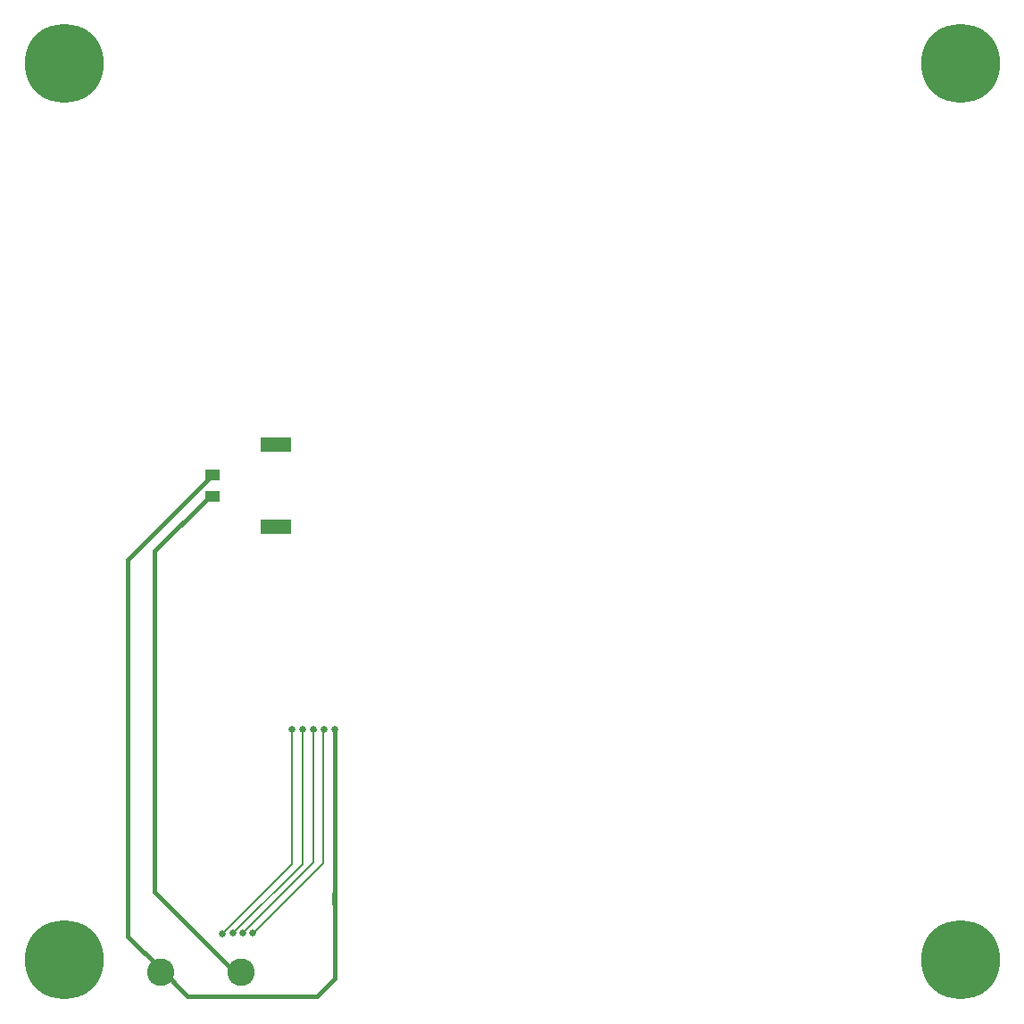
<source format=gbl>
%TF.GenerationSoftware,KiCad,Pcbnew,8.0.5*%
%TF.CreationDate,2024-12-03T17:55:48-08:00*%
%TF.ProjectId,Coil_Pannel_Z,436f696c-5f50-4616-9e6e-656c5f5a2e6b,1.0*%
%TF.SameCoordinates,Original*%
%TF.FileFunction,Copper,L6,Bot*%
%TF.FilePolarity,Positive*%
%FSLAX46Y46*%
G04 Gerber Fmt 4.6, Leading zero omitted, Abs format (unit mm)*
G04 Created by KiCad (PCBNEW 8.0.5) date 2024-12-03 17:55:48*
%MOMM*%
%LPD*%
G01*
G04 APERTURE LIST*
%TA.AperFunction,EtchedComponent*%
%ADD10C,0.000000*%
%TD*%
%TA.AperFunction,ComponentPad*%
%ADD11C,4.700000*%
%TD*%
%TA.AperFunction,ConnectorPad*%
%ADD12C,7.500000*%
%TD*%
%TA.AperFunction,ComponentPad*%
%ADD13C,2.600000*%
%TD*%
%TA.AperFunction,SMDPad,CuDef*%
%ADD14R,1.450000X1.100000*%
%TD*%
%TA.AperFunction,SMDPad,CuDef*%
%ADD15R,2.899999X1.350000*%
%TD*%
%TA.AperFunction,SMDPad,CuDef*%
%ADD16C,0.500000*%
%TD*%
%TA.AperFunction,ViaPad*%
%ADD17C,0.650000*%
%TD*%
%TA.AperFunction,Conductor*%
%ADD18C,0.450000*%
%TD*%
%TA.AperFunction,Conductor*%
%ADD19C,0.200000*%
%TD*%
%TA.AperFunction,Conductor*%
%ADD20C,0.250000*%
%TD*%
G04 APERTURE END LIST*
D10*
%TA.AperFunction,EtchedComponent*%
G36*
X130554000Y-133674000D02*
G01*
X130054000Y-133674000D01*
X130054000Y-132674000D01*
X130554000Y-132674000D01*
X130554000Y-133674000D01*
G37*
%TD.AperFunction*%
D11*
X189637061Y-138948940D03*
D12*
X189637061Y-138948940D03*
D11*
X104641451Y-53941800D03*
D12*
X104641451Y-53941800D03*
D11*
X104637051Y-138948990D03*
D12*
X104637051Y-138948990D03*
D11*
X189636861Y-53948740D03*
D12*
X189636861Y-53948740D03*
D13*
X113784000Y-140074000D03*
X121404000Y-140074000D03*
D14*
X118754001Y-92945501D03*
X118754001Y-94945502D03*
D15*
X124729000Y-90050503D03*
X124729000Y-97840498D03*
D16*
X130304000Y-133674000D03*
X130304000Y-132674000D03*
D17*
X128272000Y-117084000D03*
X122514000Y-136394000D03*
X130304000Y-117084000D03*
X126240000Y-117084000D03*
X127256000Y-117084000D03*
X129288000Y-117084000D03*
X121594000Y-136404000D03*
X119689000Y-136424000D03*
X120674000Y-136414000D03*
D18*
X128604000Y-142374000D02*
X116394000Y-142374000D01*
X110694000Y-136674000D02*
X110694000Y-101005502D01*
X130304000Y-140674000D02*
X128604000Y-142374000D01*
X110694000Y-101005502D02*
X118754001Y-92945501D01*
X116394000Y-142374000D02*
X113794000Y-139774000D01*
X113794000Y-139774000D02*
X110694000Y-136674000D01*
X130304000Y-133674000D02*
X130304000Y-140674000D01*
D19*
X122514000Y-136394000D02*
X122594000Y-136394000D01*
X128272000Y-117084000D02*
X128272000Y-129726000D01*
D18*
X130304000Y-117084000D02*
X130304000Y-132674000D01*
X118432498Y-94945502D02*
X113204000Y-100174000D01*
D19*
X126240000Y-117084000D02*
X126240000Y-129873000D01*
X128272000Y-129726000D02*
X121594000Y-136404000D01*
X122594000Y-136394000D02*
X129204000Y-129784000D01*
X129204000Y-117168000D02*
X129288000Y-117084000D01*
X120674000Y-136414000D02*
X127256000Y-129832000D01*
D20*
X118432498Y-94945502D02*
X118754001Y-94945502D01*
D19*
X129204000Y-129784000D02*
X129204000Y-117168000D01*
D18*
X120504000Y-139774000D02*
X121414000Y-139774000D01*
D19*
X127256000Y-129832000D02*
X127256000Y-117084000D01*
X126240000Y-129873000D02*
X119689000Y-136424000D01*
D20*
X128448999Y-117178999D02*
X128434000Y-117164000D01*
D18*
X113204000Y-100174000D02*
X113204000Y-132474000D01*
D20*
X128448999Y-117194000D02*
X128448999Y-117178999D01*
D18*
X113204000Y-132474000D02*
X120504000Y-139774000D01*
M02*

</source>
